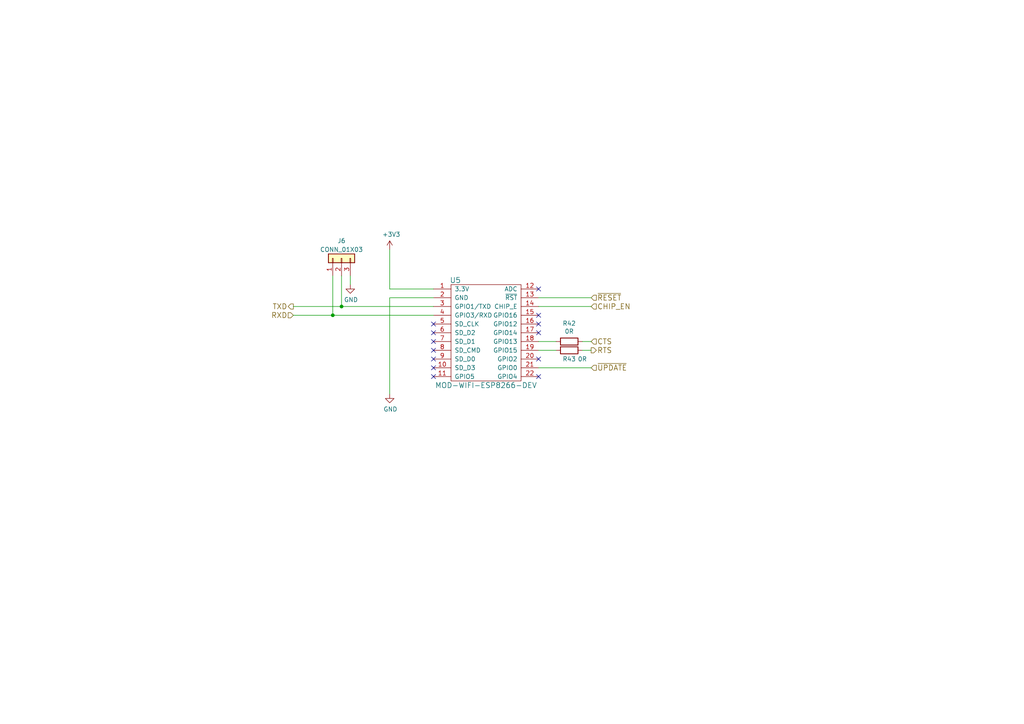
<source format=kicad_sch>
(kicad_sch (version 20211123) (generator eeschema)
  (paper "A4")
  (lib_symbols
    (symbol "Connector_Generic:Conn_01x03" (pin_names (offset 1.016) hide)
      (property "Reference" "J" (at 0 5.08 0))
      (property "Value" "Conn_01x03" (at 0 -5.08 0))
      (symbol "Conn_01x03_1_1"
        (rectangle (start -1.27 -2.413) (end 0 -2.667) (stroke (width 0.1524)))
        (rectangle (start -1.27 0.127) (end 0 -0.127) (stroke (width 0.1524)))
        (rectangle (start -1.27 2.667) (end 0 2.413) (stroke (width 0.1524)))
        (rectangle (start -1.27 3.81) (end 1.27 -3.81) (stroke (width 0.254)) (fill (type background)))
        (pin passive line (at -5.08 2.54 0) (length 3.81) (name "Pin_1") (number "1"))
        (pin passive line (at -5.08 0 0) (length 3.81) (name "Pin_2") (number "2"))
        (pin passive line (at -5.08 -2.54 0) (length 3.81) (name "Pin_3") (number "3"))
      )
    )
    (symbol "Device:R" (pin_numbers hide) (pin_names (offset 0))
      (property "Reference" "R" (at 2.032 0 90))
      (property "Value" "R" (at 0 0 90))
      (symbol "R_0_1"
        (rectangle (start -1.016 -2.54) (end 1.016 2.54) (stroke (width 0.254)))
      )
      (symbol "R_1_1"
        (pin passive line (at 0 3.81 270) (length 1.27) (name "~") (number "1"))
        (pin passive line (at 0 -3.81 90) (length 1.27) (name "~") (number "2"))
      )
    )
    (symbol "Mainboard-rescue:+3V3-power" (power) (pin_names (offset 0))
      (property "Value" "+3V3-power" (at 0 3.556 0))
      (symbol "+3V3-power_0_1"
        (polyline (pts (xy -0.762 1.27) (xy 0 2.54)))
        (polyline (pts (xy 0 0) (xy 0 2.54)))
        (polyline (pts (xy 0 2.54) (xy 0.762 1.27)))
      )
      (symbol "+3V3-power_1_1"
        (pin power_in line (at 0 0 90) (length 0) hide (name "+3V3") (number "1"))
      )
    )
    (symbol "Mainboard-rescue:GND-power" (power) (pin_names (offset 0))
      (property "Value" "GND-power" (at 0 -3.81 0))
      (symbol "GND-power_0_1"
        (polyline (pts (xy 0 0) (xy 0 -1.27) (xy 1.27 -1.27) (xy 0 -2.54) (xy -1.27 -1.27) (xy 0 -1.27)))
      )
      (symbol "GND-power_1_1"
        (pin power_in line (at 0 0 270) (length 0) hide (name "GND") (number "1"))
      )
    )
    (symbol "Mainboard:MOD-WIFI-ESP8266-DEV" (pin_names (offset 1.016))
      (property "Reference" "U" (at -8.255 15.24 0))
      (property "Value" "MOD-WIFI-ESP8266-DEV" (at -1.27 -15.24 0))
      (symbol "MOD-WIFI-ESP8266-DEV_0_1"
        (rectangle (start -10.16 13.97) (end 10.16 -13.97))
      )
      (symbol "MOD-WIFI-ESP8266-DEV_1_1"
        (pin power_in line (at -15.24 12.7 0) (length 5.08) (name "3.3V") (number "1"))
        (pin bidirectional line (at -15.24 -10.16 0) (length 5.08) (name "SD_D3") (number "10"))
        (pin bidirectional line (at -15.24 -12.7 0) (length 5.08) (name "GPIO5") (number "11"))
        (pin input line (at 15.24 12.7 180) (length 5.08) (name "ADC") (number "12"))
        (pin input line (at 15.24 10.16 180) (length 5.08) (name "~{RST}") (number "13"))
        (pin input line (at 15.24 7.62 180) (length 5.08) (name "CHIP_E") (number "14"))
        (pin bidirectional line (at 15.24 5.08 180) (length 5.08) (name "GPIO16") (number "15"))
        (pin bidirectional line (at 15.24 2.54 180) (length 5.08) (name "GPIO12") (number "16"))
        (pin bidirectional line (at 15.24 0 180) (length 5.08) (name "GPIO14") (number "17"))
        (pin bidirectional line (at 15.24 -2.54 180) (length 5.08) (name "GPIO13") (number "18"))
        (pin bidirectional line (at 15.24 -5.08 180) (length 5.08) (name "GPIO15") (number "19"))
        (pin power_in line (at -15.24 10.16 0) (length 5.08) (name "GND") (number "2"))
        (pin bidirectional line (at 15.24 -7.62 180) (length 5.08) (name "GPIO2") (number "20"))
        (pin bidirectional line (at 15.24 -10.16 180) (length 5.08) (name "GPIO0") (number "21"))
        (pin bidirectional line (at 15.24 -12.7 180) (length 5.08) (name "GPIO4") (number "22"))
        (pin bidirectional line (at -15.24 7.62 0) (length 5.08) (name "GPIO1/TXD") (number "3"))
        (pin bidirectional line (at -15.24 5.08 0) (length 5.08) (name "GPIO3/RXD") (number "4"))
        (pin bidirectional line (at -15.24 2.54 0) (length 5.08) (name "SD_CLK") (number "5"))
        (pin bidirectional line (at -15.24 0 0) (length 5.08) (name "SD_D2") (number "6"))
        (pin bidirectional line (at -15.24 -2.54 0) (length 5.08) (name "SD_D1") (number "7"))
        (pin bidirectional line (at -15.24 -5.08 0) (length 5.08) (name "SD_CMD") (number "8"))
        (pin bidirectional line (at -15.24 -7.62 0) (length 5.08) (name "SD_D0") (number "9"))
      )
    )
  )
  (junction (at 99.06 88.9))
  (junction (at 96.52 91.44))
  (no_connect (at 125.73 101.6))
  (no_connect (at 156.21 109.22))
  (no_connect (at 125.73 104.14))
  (no_connect (at 125.73 106.68))
  (no_connect (at 156.21 93.98))
  (no_connect (at 156.21 104.14))
  (no_connect (at 125.73 99.06))
  (no_connect (at 156.21 91.44))
  (no_connect (at 125.73 93.98))
  (no_connect (at 156.21 83.82))
  (no_connect (at 125.73 96.52))
  (no_connect (at 156.21 96.52))
  (no_connect (at 125.73 109.22))
  (wire (pts (xy 156.21 106.68) (xy 171.45 106.68)))
  (wire (pts (xy 168.91 101.6) (xy 171.45 101.6)))
  (wire (pts (xy 113.03 72.39) (xy 113.03 83.82)))
  (wire (pts (xy 156.21 99.06) (xy 161.29 99.06)))
  (wire (pts (xy 99.06 80.01) (xy 99.06 88.9)))
  (wire (pts (xy 96.52 80.01) (xy 96.52 91.44)))
  (wire (pts (xy 125.73 86.36) (xy 113.03 86.36)))
  (wire (pts (xy 168.91 99.06) (xy 171.45 99.06)))
  (wire (pts (xy 156.21 88.9) (xy 171.45 88.9)))
  (wire (pts (xy 156.21 86.36) (xy 171.45 86.36)))
  (wire (pts (xy 99.06 88.9) (xy 125.73 88.9)))
  (wire (pts (xy 101.6 80.01) (xy 101.6 82.55)))
  (wire (pts (xy 113.03 86.36) (xy 113.03 114.3)))
  (wire (pts (xy 113.03 83.82) (xy 125.73 83.82)))
  (wire (pts (xy 85.09 91.44) (xy 96.52 91.44)))
  (wire (pts (xy 85.09 88.9) (xy 99.06 88.9)))
  (wire (pts (xy 156.21 101.6) (xy 161.29 101.6)))
  (wire (pts (xy 96.52 91.44) (xy 125.73 91.44)))
  (hierarchical_label "~{UPDATE}" (shape input) (at 171.45 106.68 0) (effects (font (size 1.524 1.524))))
  (hierarchical_label "TXD" (shape output) (at 85.09 88.9 180) (effects (font (size 1.524 1.524))))
  (hierarchical_label "RTS" (shape output) (at 171.45 101.6 0) (effects (font (size 1.524 1.524))))
  (hierarchical_label "CTS" (shape input) (at 171.45 99.06 0) (effects (font (size 1.524 1.524))))
  (hierarchical_label "CHIP_EN" (shape input) (at 171.45 88.9 0) (effects (font (size 1.524 1.524))))
  (hierarchical_label "RXD" (shape input) (at 85.09 91.44 180) (effects (font (size 1.524 1.524))))
  (hierarchical_label "~{RESET}" (shape input) (at 171.45 86.36 0) (effects (font (size 1.524 1.524))))
  (symbol (lib_id "Mainboard-rescue:+3V3-power") (at 113.03 72.39 0) (unit 1)
    (property "Reference" "#PWR060" (effects hide))
    (property "Value" "+3V3" (at 113.4872 67.9958 0))
  )
  (symbol (lib_id "Mainboard-rescue:GND-power") (at 113.03 114.3 0) (unit 1)
    (property "Reference" "#PWR061" (effects hide))
    (property "Value" "GND" (at 113.2332 118.6942 0))
  )
  (symbol (lib_id "Mainboard:MOD-WIFI-ESP8266-DEV") (at 140.97 96.52 0) (unit 1)
    (property "Reference" "U5" (at 132.08 81.28 0) (effects (font (size 1.524 1.524))))
    (property "Value" "MOD-WIFI-ESP8266-DEV" (at 140.97 111.76 0) (effects (font (size 1.524 1.524))))
    (property "Footprint" "Olimex:MOD-WIFI-ESP8266-DEV" (effects hide))
    (property "Manufacturer" "Value" (effects hide))
    (property "Type" "Value" (effects hide))
    (property "Source" "Farnell" (effects hide))
    (property "Order Number" "Value" (effects hide))
  )
  (symbol (lib_id "Device:R") (at 165.1 99.06 270) (unit 1)
    (property "Reference" "R42" (at 165.1 93.8022 90))
    (property "Value" "0R" (at 165.1 96.1136 90))
    (property "Footprint" "Resistors_SMD:R_0603_HandSoldering" (effects hide))
    (property "Manufacturer" "Value" (effects hide))
    (property "Type" "Value" (effects hide))
    (property "Source" "Farnell" (effects hide))
    (property "Order Number" "Value" (effects hide))
  )
  (symbol (lib_id "Device:R") (at 165.1 101.6 270) (unit 1)
    (property "Reference" "R43" (at 165.1 104.14 90))
    (property "Value" "0R" (at 168.91 104.14 90))
    (property "Footprint" "Resistors_SMD:R_0603_HandSoldering" (effects hide))
    (property "Manufacturer" "Value" (effects hide))
    (property "Type" "Value" (effects hide))
    (property "Source" "Farnell" (effects hide))
    (property "Order Number" "Value" (effects hide))
  )
  (symbol (lib_id "Connector_Generic:Conn_01x03") (at 99.06 74.93 90) (unit 1)
    (property "Reference" "J6" (at 99.06 69.85 90))
    (property "Value" "CONN_01X03" (at 99.06 72.39 90))
    (property "Footprint" "Pin_Headers:Pin_Header_Straight_1x03" (effects hide))
    (property "Manufacturer" "Value" (effects hide))
    (property "Type" "Value" (effects hide))
    (property "Source" "Farnell" (effects hide))
    (property "Order Number" "Value" (effects hide))
  )
  (symbol (lib_id "Mainboard-rescue:GND-power") (at 101.6 82.55 0) (unit 1)
    (property "Reference" "#PWR062" (effects hide))
    (property "Value" "GND" (at 101.8032 86.9442 0))
  )
)
</source>
